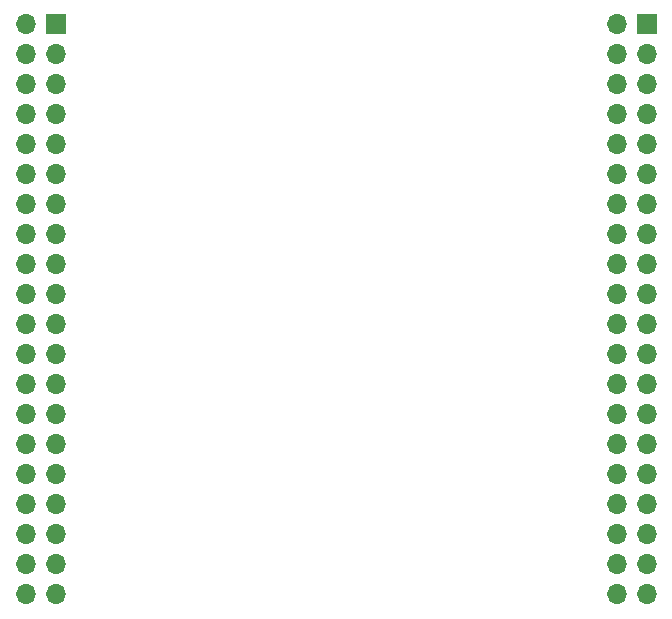
<source format=gbs>
%TF.GenerationSoftware,KiCad,Pcbnew,8.0.2-8.0.2-0~ubuntu24.04.1*%
%TF.CreationDate,2024-05-08T14:09:33+02:00*%
%TF.ProjectId,astrobox_rpi_line,61737472-6f62-46f7-985f-7270695f6c69,rev?*%
%TF.SameCoordinates,Original*%
%TF.FileFunction,Soldermask,Bot*%
%TF.FilePolarity,Negative*%
%FSLAX46Y46*%
G04 Gerber Fmt 4.6, Leading zero omitted, Abs format (unit mm)*
G04 Created by KiCad (PCBNEW 8.0.2-8.0.2-0~ubuntu24.04.1) date 2024-05-08 14:09:33*
%MOMM*%
%LPD*%
G01*
G04 APERTURE LIST*
%ADD10R,1.700000X1.700000*%
%ADD11O,1.700000X1.700000*%
G04 APERTURE END LIST*
D10*
X120000000Y-55000000D03*
D11*
X117460000Y-55000000D03*
X120000000Y-57540000D03*
X117460000Y-57540000D03*
X120000000Y-60080000D03*
X117460000Y-60080000D03*
X120000000Y-62620000D03*
X117460000Y-62620000D03*
X120000000Y-65160000D03*
X117460000Y-65160000D03*
X120000000Y-67700000D03*
X117460000Y-67700000D03*
X120000000Y-70240000D03*
X117460000Y-70240000D03*
X120000000Y-72780000D03*
X117460000Y-72780000D03*
X120000000Y-75320000D03*
X117460000Y-75320000D03*
X120000000Y-77860000D03*
X117460000Y-77860000D03*
X120000000Y-80400000D03*
X117460000Y-80400000D03*
X120000000Y-82940000D03*
X117460000Y-82940000D03*
X120000000Y-85480000D03*
X117460000Y-85480000D03*
X120000000Y-88020000D03*
X117460000Y-88020000D03*
X120000000Y-90560000D03*
X117460000Y-90560000D03*
X120000000Y-93100000D03*
X117460000Y-93100000D03*
X120000000Y-95640000D03*
X117460000Y-95640000D03*
X120000000Y-98180000D03*
X117460000Y-98180000D03*
X120000000Y-100720000D03*
X117460000Y-100720000D03*
X120000000Y-103260000D03*
X117460000Y-103260000D03*
D10*
X170000000Y-55000000D03*
D11*
X167460000Y-55000000D03*
X170000000Y-57540000D03*
X167460000Y-57540000D03*
X170000000Y-60080000D03*
X167460000Y-60080000D03*
X170000000Y-62620000D03*
X167460000Y-62620000D03*
X170000000Y-65160000D03*
X167460000Y-65160000D03*
X170000000Y-67700000D03*
X167460000Y-67700000D03*
X170000000Y-70240000D03*
X167460000Y-70240000D03*
X170000000Y-72780000D03*
X167460000Y-72780000D03*
X170000000Y-75320000D03*
X167460000Y-75320000D03*
X170000000Y-77860000D03*
X167460000Y-77860000D03*
X170000000Y-80400000D03*
X167460000Y-80400000D03*
X170000000Y-82940000D03*
X167460000Y-82940000D03*
X170000000Y-85480000D03*
X167460000Y-85480000D03*
X170000000Y-88020000D03*
X167460000Y-88020000D03*
X170000000Y-90560000D03*
X167460000Y-90560000D03*
X170000000Y-93100000D03*
X167460000Y-93100000D03*
X170000000Y-95640000D03*
X167460000Y-95640000D03*
X170000000Y-98180000D03*
X167460000Y-98180000D03*
X170000000Y-100720000D03*
X167460000Y-100720000D03*
X170000000Y-103260000D03*
X167460000Y-103260000D03*
M02*

</source>
